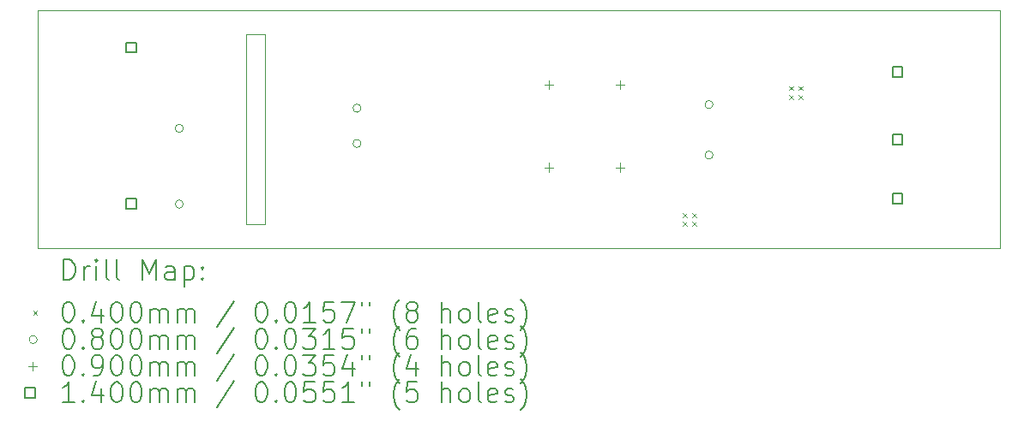
<source format=gbr>
%TF.GenerationSoftware,KiCad,Pcbnew,8.0.3*%
%TF.CreationDate,2025-08-12T15:57:57+07:00*%
%TF.ProjectId,si-hardware-downled,73692d68-6172-4647-9761-72652d646f77,rev?*%
%TF.SameCoordinates,Original*%
%TF.FileFunction,Drillmap*%
%TF.FilePolarity,Positive*%
%FSLAX45Y45*%
G04 Gerber Fmt 4.5, Leading zero omitted, Abs format (unit mm)*
G04 Created by KiCad (PCBNEW 8.0.3) date 2025-08-12 15:57:57*
%MOMM*%
%LPD*%
G01*
G04 APERTURE LIST*
%ADD10C,0.100000*%
%ADD11C,0.050000*%
%ADD12C,0.200000*%
%ADD13C,0.140000*%
G04 APERTURE END LIST*
D10*
X12211400Y-6714390D02*
X12401900Y-6714390D01*
X12401900Y-8595490D01*
X12211400Y-8595490D01*
X12211400Y-6714390D01*
D11*
X10154000Y-6478000D02*
X19654000Y-6478000D01*
X19654000Y-8830960D01*
X10154000Y-8830960D01*
X10154000Y-6478000D01*
D12*
D10*
X16524303Y-8486200D02*
X16564303Y-8526200D01*
X16564303Y-8486200D02*
X16524303Y-8526200D01*
X16524303Y-8572200D02*
X16564303Y-8612200D01*
X16564303Y-8572200D02*
X16524303Y-8612200D01*
X16618620Y-8486200D02*
X16658620Y-8526200D01*
X16658620Y-8486200D02*
X16618620Y-8526200D01*
X16618620Y-8572200D02*
X16658620Y-8612200D01*
X16658620Y-8572200D02*
X16618620Y-8612200D01*
X17572200Y-7229100D02*
X17612200Y-7269100D01*
X17612200Y-7229100D02*
X17572200Y-7269100D01*
X17572200Y-7315100D02*
X17612200Y-7355100D01*
X17612200Y-7315100D02*
X17572200Y-7355100D01*
X17665200Y-7229100D02*
X17705200Y-7269100D01*
X17705200Y-7229100D02*
X17665200Y-7269100D01*
X17665200Y-7315100D02*
X17705200Y-7355100D01*
X17705200Y-7315100D02*
X17665200Y-7355100D01*
X11593540Y-7646250D02*
G75*
G02*
X11513540Y-7646250I-40000J0D01*
G01*
X11513540Y-7646250D02*
G75*
G02*
X11593540Y-7646250I40000J0D01*
G01*
X11593540Y-8396250D02*
G75*
G02*
X11513540Y-8396250I-40000J0D01*
G01*
X11513540Y-8396250D02*
G75*
G02*
X11593540Y-8396250I40000J0D01*
G01*
X13348680Y-7446660D02*
G75*
G02*
X13268680Y-7446660I-40000J0D01*
G01*
X13268680Y-7446660D02*
G75*
G02*
X13348680Y-7446660I40000J0D01*
G01*
X13348680Y-7796660D02*
G75*
G02*
X13268680Y-7796660I-40000J0D01*
G01*
X13268680Y-7796660D02*
G75*
G02*
X13348680Y-7796660I40000J0D01*
G01*
X16823400Y-7410500D02*
G75*
G02*
X16743400Y-7410500I-40000J0D01*
G01*
X16743400Y-7410500D02*
G75*
G02*
X16823400Y-7410500I40000J0D01*
G01*
X16823400Y-7910500D02*
G75*
G02*
X16743400Y-7910500I-40000J0D01*
G01*
X16743400Y-7910500D02*
G75*
G02*
X16823400Y-7910500I40000J0D01*
G01*
X15203773Y-7169664D02*
X15203773Y-7259664D01*
X15158773Y-7214664D02*
X15248773Y-7214664D01*
X15203773Y-7988336D02*
X15203773Y-8078336D01*
X15158773Y-8033336D02*
X15248773Y-8033336D01*
X15906807Y-7169664D02*
X15906807Y-7259664D01*
X15861807Y-7214664D02*
X15951807Y-7214664D01*
X15906807Y-7988336D02*
X15906807Y-8078336D01*
X15861807Y-8033336D02*
X15951807Y-8033336D01*
D13*
X11130598Y-6896948D02*
X11130598Y-6797952D01*
X11031602Y-6797952D01*
X11031602Y-6896948D01*
X11130598Y-6896948D01*
X11130598Y-8444198D02*
X11130598Y-8345202D01*
X11031602Y-8345202D01*
X11031602Y-8444198D01*
X11130598Y-8444198D01*
X18693098Y-7136098D02*
X18693098Y-7037102D01*
X18594102Y-7037102D01*
X18594102Y-7136098D01*
X18693098Y-7136098D01*
X18693098Y-7809198D02*
X18693098Y-7710202D01*
X18594102Y-7710202D01*
X18594102Y-7809198D01*
X18693098Y-7809198D01*
X18693098Y-8387798D02*
X18693098Y-8288802D01*
X18594102Y-8288802D01*
X18594102Y-8387798D01*
X18693098Y-8387798D01*
D12*
X10412277Y-9144944D02*
X10412277Y-8944944D01*
X10412277Y-8944944D02*
X10459896Y-8944944D01*
X10459896Y-8944944D02*
X10488467Y-8954468D01*
X10488467Y-8954468D02*
X10507515Y-8973515D01*
X10507515Y-8973515D02*
X10517039Y-8992563D01*
X10517039Y-8992563D02*
X10526563Y-9030658D01*
X10526563Y-9030658D02*
X10526563Y-9059230D01*
X10526563Y-9059230D02*
X10517039Y-9097325D01*
X10517039Y-9097325D02*
X10507515Y-9116372D01*
X10507515Y-9116372D02*
X10488467Y-9135420D01*
X10488467Y-9135420D02*
X10459896Y-9144944D01*
X10459896Y-9144944D02*
X10412277Y-9144944D01*
X10612277Y-9144944D02*
X10612277Y-9011610D01*
X10612277Y-9049706D02*
X10621801Y-9030658D01*
X10621801Y-9030658D02*
X10631324Y-9021134D01*
X10631324Y-9021134D02*
X10650372Y-9011610D01*
X10650372Y-9011610D02*
X10669420Y-9011610D01*
X10736086Y-9144944D02*
X10736086Y-9011610D01*
X10736086Y-8944944D02*
X10726563Y-8954468D01*
X10726563Y-8954468D02*
X10736086Y-8963991D01*
X10736086Y-8963991D02*
X10745610Y-8954468D01*
X10745610Y-8954468D02*
X10736086Y-8944944D01*
X10736086Y-8944944D02*
X10736086Y-8963991D01*
X10859896Y-9144944D02*
X10840848Y-9135420D01*
X10840848Y-9135420D02*
X10831324Y-9116372D01*
X10831324Y-9116372D02*
X10831324Y-8944944D01*
X10964658Y-9144944D02*
X10945610Y-9135420D01*
X10945610Y-9135420D02*
X10936086Y-9116372D01*
X10936086Y-9116372D02*
X10936086Y-8944944D01*
X11193229Y-9144944D02*
X11193229Y-8944944D01*
X11193229Y-8944944D02*
X11259896Y-9087801D01*
X11259896Y-9087801D02*
X11326562Y-8944944D01*
X11326562Y-8944944D02*
X11326562Y-9144944D01*
X11507515Y-9144944D02*
X11507515Y-9040182D01*
X11507515Y-9040182D02*
X11497991Y-9021134D01*
X11497991Y-9021134D02*
X11478943Y-9011610D01*
X11478943Y-9011610D02*
X11440848Y-9011610D01*
X11440848Y-9011610D02*
X11421801Y-9021134D01*
X11507515Y-9135420D02*
X11488467Y-9144944D01*
X11488467Y-9144944D02*
X11440848Y-9144944D01*
X11440848Y-9144944D02*
X11421801Y-9135420D01*
X11421801Y-9135420D02*
X11412277Y-9116372D01*
X11412277Y-9116372D02*
X11412277Y-9097325D01*
X11412277Y-9097325D02*
X11421801Y-9078277D01*
X11421801Y-9078277D02*
X11440848Y-9068753D01*
X11440848Y-9068753D02*
X11488467Y-9068753D01*
X11488467Y-9068753D02*
X11507515Y-9059230D01*
X11602753Y-9011610D02*
X11602753Y-9211610D01*
X11602753Y-9021134D02*
X11621801Y-9011610D01*
X11621801Y-9011610D02*
X11659896Y-9011610D01*
X11659896Y-9011610D02*
X11678943Y-9021134D01*
X11678943Y-9021134D02*
X11688467Y-9030658D01*
X11688467Y-9030658D02*
X11697991Y-9049706D01*
X11697991Y-9049706D02*
X11697991Y-9106849D01*
X11697991Y-9106849D02*
X11688467Y-9125896D01*
X11688467Y-9125896D02*
X11678943Y-9135420D01*
X11678943Y-9135420D02*
X11659896Y-9144944D01*
X11659896Y-9144944D02*
X11621801Y-9144944D01*
X11621801Y-9144944D02*
X11602753Y-9135420D01*
X11783705Y-9125896D02*
X11793229Y-9135420D01*
X11793229Y-9135420D02*
X11783705Y-9144944D01*
X11783705Y-9144944D02*
X11774182Y-9135420D01*
X11774182Y-9135420D02*
X11783705Y-9125896D01*
X11783705Y-9125896D02*
X11783705Y-9144944D01*
X11783705Y-9021134D02*
X11793229Y-9030658D01*
X11793229Y-9030658D02*
X11783705Y-9040182D01*
X11783705Y-9040182D02*
X11774182Y-9030658D01*
X11774182Y-9030658D02*
X11783705Y-9021134D01*
X11783705Y-9021134D02*
X11783705Y-9040182D01*
D10*
X10111500Y-9453460D02*
X10151500Y-9493460D01*
X10151500Y-9453460D02*
X10111500Y-9493460D01*
D12*
X10450372Y-9364944D02*
X10469420Y-9364944D01*
X10469420Y-9364944D02*
X10488467Y-9374468D01*
X10488467Y-9374468D02*
X10497991Y-9383991D01*
X10497991Y-9383991D02*
X10507515Y-9403039D01*
X10507515Y-9403039D02*
X10517039Y-9441134D01*
X10517039Y-9441134D02*
X10517039Y-9488753D01*
X10517039Y-9488753D02*
X10507515Y-9526849D01*
X10507515Y-9526849D02*
X10497991Y-9545896D01*
X10497991Y-9545896D02*
X10488467Y-9555420D01*
X10488467Y-9555420D02*
X10469420Y-9564944D01*
X10469420Y-9564944D02*
X10450372Y-9564944D01*
X10450372Y-9564944D02*
X10431324Y-9555420D01*
X10431324Y-9555420D02*
X10421801Y-9545896D01*
X10421801Y-9545896D02*
X10412277Y-9526849D01*
X10412277Y-9526849D02*
X10402753Y-9488753D01*
X10402753Y-9488753D02*
X10402753Y-9441134D01*
X10402753Y-9441134D02*
X10412277Y-9403039D01*
X10412277Y-9403039D02*
X10421801Y-9383991D01*
X10421801Y-9383991D02*
X10431324Y-9374468D01*
X10431324Y-9374468D02*
X10450372Y-9364944D01*
X10602753Y-9545896D02*
X10612277Y-9555420D01*
X10612277Y-9555420D02*
X10602753Y-9564944D01*
X10602753Y-9564944D02*
X10593229Y-9555420D01*
X10593229Y-9555420D02*
X10602753Y-9545896D01*
X10602753Y-9545896D02*
X10602753Y-9564944D01*
X10783705Y-9431610D02*
X10783705Y-9564944D01*
X10736086Y-9355420D02*
X10688467Y-9498277D01*
X10688467Y-9498277D02*
X10812277Y-9498277D01*
X10926563Y-9364944D02*
X10945610Y-9364944D01*
X10945610Y-9364944D02*
X10964658Y-9374468D01*
X10964658Y-9374468D02*
X10974182Y-9383991D01*
X10974182Y-9383991D02*
X10983705Y-9403039D01*
X10983705Y-9403039D02*
X10993229Y-9441134D01*
X10993229Y-9441134D02*
X10993229Y-9488753D01*
X10993229Y-9488753D02*
X10983705Y-9526849D01*
X10983705Y-9526849D02*
X10974182Y-9545896D01*
X10974182Y-9545896D02*
X10964658Y-9555420D01*
X10964658Y-9555420D02*
X10945610Y-9564944D01*
X10945610Y-9564944D02*
X10926563Y-9564944D01*
X10926563Y-9564944D02*
X10907515Y-9555420D01*
X10907515Y-9555420D02*
X10897991Y-9545896D01*
X10897991Y-9545896D02*
X10888467Y-9526849D01*
X10888467Y-9526849D02*
X10878944Y-9488753D01*
X10878944Y-9488753D02*
X10878944Y-9441134D01*
X10878944Y-9441134D02*
X10888467Y-9403039D01*
X10888467Y-9403039D02*
X10897991Y-9383991D01*
X10897991Y-9383991D02*
X10907515Y-9374468D01*
X10907515Y-9374468D02*
X10926563Y-9364944D01*
X11117039Y-9364944D02*
X11136086Y-9364944D01*
X11136086Y-9364944D02*
X11155134Y-9374468D01*
X11155134Y-9374468D02*
X11164658Y-9383991D01*
X11164658Y-9383991D02*
X11174182Y-9403039D01*
X11174182Y-9403039D02*
X11183705Y-9441134D01*
X11183705Y-9441134D02*
X11183705Y-9488753D01*
X11183705Y-9488753D02*
X11174182Y-9526849D01*
X11174182Y-9526849D02*
X11164658Y-9545896D01*
X11164658Y-9545896D02*
X11155134Y-9555420D01*
X11155134Y-9555420D02*
X11136086Y-9564944D01*
X11136086Y-9564944D02*
X11117039Y-9564944D01*
X11117039Y-9564944D02*
X11097991Y-9555420D01*
X11097991Y-9555420D02*
X11088467Y-9545896D01*
X11088467Y-9545896D02*
X11078944Y-9526849D01*
X11078944Y-9526849D02*
X11069420Y-9488753D01*
X11069420Y-9488753D02*
X11069420Y-9441134D01*
X11069420Y-9441134D02*
X11078944Y-9403039D01*
X11078944Y-9403039D02*
X11088467Y-9383991D01*
X11088467Y-9383991D02*
X11097991Y-9374468D01*
X11097991Y-9374468D02*
X11117039Y-9364944D01*
X11269420Y-9564944D02*
X11269420Y-9431610D01*
X11269420Y-9450658D02*
X11278943Y-9441134D01*
X11278943Y-9441134D02*
X11297991Y-9431610D01*
X11297991Y-9431610D02*
X11326563Y-9431610D01*
X11326563Y-9431610D02*
X11345610Y-9441134D01*
X11345610Y-9441134D02*
X11355134Y-9460182D01*
X11355134Y-9460182D02*
X11355134Y-9564944D01*
X11355134Y-9460182D02*
X11364658Y-9441134D01*
X11364658Y-9441134D02*
X11383705Y-9431610D01*
X11383705Y-9431610D02*
X11412277Y-9431610D01*
X11412277Y-9431610D02*
X11431324Y-9441134D01*
X11431324Y-9441134D02*
X11440848Y-9460182D01*
X11440848Y-9460182D02*
X11440848Y-9564944D01*
X11536086Y-9564944D02*
X11536086Y-9431610D01*
X11536086Y-9450658D02*
X11545610Y-9441134D01*
X11545610Y-9441134D02*
X11564658Y-9431610D01*
X11564658Y-9431610D02*
X11593229Y-9431610D01*
X11593229Y-9431610D02*
X11612277Y-9441134D01*
X11612277Y-9441134D02*
X11621801Y-9460182D01*
X11621801Y-9460182D02*
X11621801Y-9564944D01*
X11621801Y-9460182D02*
X11631324Y-9441134D01*
X11631324Y-9441134D02*
X11650372Y-9431610D01*
X11650372Y-9431610D02*
X11678943Y-9431610D01*
X11678943Y-9431610D02*
X11697991Y-9441134D01*
X11697991Y-9441134D02*
X11707515Y-9460182D01*
X11707515Y-9460182D02*
X11707515Y-9564944D01*
X12097991Y-9355420D02*
X11926563Y-9612563D01*
X12355134Y-9364944D02*
X12374182Y-9364944D01*
X12374182Y-9364944D02*
X12393229Y-9374468D01*
X12393229Y-9374468D02*
X12402753Y-9383991D01*
X12402753Y-9383991D02*
X12412277Y-9403039D01*
X12412277Y-9403039D02*
X12421801Y-9441134D01*
X12421801Y-9441134D02*
X12421801Y-9488753D01*
X12421801Y-9488753D02*
X12412277Y-9526849D01*
X12412277Y-9526849D02*
X12402753Y-9545896D01*
X12402753Y-9545896D02*
X12393229Y-9555420D01*
X12393229Y-9555420D02*
X12374182Y-9564944D01*
X12374182Y-9564944D02*
X12355134Y-9564944D01*
X12355134Y-9564944D02*
X12336086Y-9555420D01*
X12336086Y-9555420D02*
X12326563Y-9545896D01*
X12326563Y-9545896D02*
X12317039Y-9526849D01*
X12317039Y-9526849D02*
X12307515Y-9488753D01*
X12307515Y-9488753D02*
X12307515Y-9441134D01*
X12307515Y-9441134D02*
X12317039Y-9403039D01*
X12317039Y-9403039D02*
X12326563Y-9383991D01*
X12326563Y-9383991D02*
X12336086Y-9374468D01*
X12336086Y-9374468D02*
X12355134Y-9364944D01*
X12507515Y-9545896D02*
X12517039Y-9555420D01*
X12517039Y-9555420D02*
X12507515Y-9564944D01*
X12507515Y-9564944D02*
X12497991Y-9555420D01*
X12497991Y-9555420D02*
X12507515Y-9545896D01*
X12507515Y-9545896D02*
X12507515Y-9564944D01*
X12640848Y-9364944D02*
X12659896Y-9364944D01*
X12659896Y-9364944D02*
X12678944Y-9374468D01*
X12678944Y-9374468D02*
X12688467Y-9383991D01*
X12688467Y-9383991D02*
X12697991Y-9403039D01*
X12697991Y-9403039D02*
X12707515Y-9441134D01*
X12707515Y-9441134D02*
X12707515Y-9488753D01*
X12707515Y-9488753D02*
X12697991Y-9526849D01*
X12697991Y-9526849D02*
X12688467Y-9545896D01*
X12688467Y-9545896D02*
X12678944Y-9555420D01*
X12678944Y-9555420D02*
X12659896Y-9564944D01*
X12659896Y-9564944D02*
X12640848Y-9564944D01*
X12640848Y-9564944D02*
X12621801Y-9555420D01*
X12621801Y-9555420D02*
X12612277Y-9545896D01*
X12612277Y-9545896D02*
X12602753Y-9526849D01*
X12602753Y-9526849D02*
X12593229Y-9488753D01*
X12593229Y-9488753D02*
X12593229Y-9441134D01*
X12593229Y-9441134D02*
X12602753Y-9403039D01*
X12602753Y-9403039D02*
X12612277Y-9383991D01*
X12612277Y-9383991D02*
X12621801Y-9374468D01*
X12621801Y-9374468D02*
X12640848Y-9364944D01*
X12897991Y-9564944D02*
X12783706Y-9564944D01*
X12840848Y-9564944D02*
X12840848Y-9364944D01*
X12840848Y-9364944D02*
X12821801Y-9393515D01*
X12821801Y-9393515D02*
X12802753Y-9412563D01*
X12802753Y-9412563D02*
X12783706Y-9422087D01*
X13078944Y-9364944D02*
X12983706Y-9364944D01*
X12983706Y-9364944D02*
X12974182Y-9460182D01*
X12974182Y-9460182D02*
X12983706Y-9450658D01*
X12983706Y-9450658D02*
X13002753Y-9441134D01*
X13002753Y-9441134D02*
X13050372Y-9441134D01*
X13050372Y-9441134D02*
X13069420Y-9450658D01*
X13069420Y-9450658D02*
X13078944Y-9460182D01*
X13078944Y-9460182D02*
X13088467Y-9479230D01*
X13088467Y-9479230D02*
X13088467Y-9526849D01*
X13088467Y-9526849D02*
X13078944Y-9545896D01*
X13078944Y-9545896D02*
X13069420Y-9555420D01*
X13069420Y-9555420D02*
X13050372Y-9564944D01*
X13050372Y-9564944D02*
X13002753Y-9564944D01*
X13002753Y-9564944D02*
X12983706Y-9555420D01*
X12983706Y-9555420D02*
X12974182Y-9545896D01*
X13155134Y-9364944D02*
X13288467Y-9364944D01*
X13288467Y-9364944D02*
X13202753Y-9564944D01*
X13355134Y-9364944D02*
X13355134Y-9403039D01*
X13431325Y-9364944D02*
X13431325Y-9403039D01*
X13726563Y-9641134D02*
X13717039Y-9631610D01*
X13717039Y-9631610D02*
X13697991Y-9603039D01*
X13697991Y-9603039D02*
X13688468Y-9583991D01*
X13688468Y-9583991D02*
X13678944Y-9555420D01*
X13678944Y-9555420D02*
X13669420Y-9507801D01*
X13669420Y-9507801D02*
X13669420Y-9469706D01*
X13669420Y-9469706D02*
X13678944Y-9422087D01*
X13678944Y-9422087D02*
X13688468Y-9393515D01*
X13688468Y-9393515D02*
X13697991Y-9374468D01*
X13697991Y-9374468D02*
X13717039Y-9345896D01*
X13717039Y-9345896D02*
X13726563Y-9336372D01*
X13831325Y-9450658D02*
X13812277Y-9441134D01*
X13812277Y-9441134D02*
X13802753Y-9431610D01*
X13802753Y-9431610D02*
X13793229Y-9412563D01*
X13793229Y-9412563D02*
X13793229Y-9403039D01*
X13793229Y-9403039D02*
X13802753Y-9383991D01*
X13802753Y-9383991D02*
X13812277Y-9374468D01*
X13812277Y-9374468D02*
X13831325Y-9364944D01*
X13831325Y-9364944D02*
X13869420Y-9364944D01*
X13869420Y-9364944D02*
X13888468Y-9374468D01*
X13888468Y-9374468D02*
X13897991Y-9383991D01*
X13897991Y-9383991D02*
X13907515Y-9403039D01*
X13907515Y-9403039D02*
X13907515Y-9412563D01*
X13907515Y-9412563D02*
X13897991Y-9431610D01*
X13897991Y-9431610D02*
X13888468Y-9441134D01*
X13888468Y-9441134D02*
X13869420Y-9450658D01*
X13869420Y-9450658D02*
X13831325Y-9450658D01*
X13831325Y-9450658D02*
X13812277Y-9460182D01*
X13812277Y-9460182D02*
X13802753Y-9469706D01*
X13802753Y-9469706D02*
X13793229Y-9488753D01*
X13793229Y-9488753D02*
X13793229Y-9526849D01*
X13793229Y-9526849D02*
X13802753Y-9545896D01*
X13802753Y-9545896D02*
X13812277Y-9555420D01*
X13812277Y-9555420D02*
X13831325Y-9564944D01*
X13831325Y-9564944D02*
X13869420Y-9564944D01*
X13869420Y-9564944D02*
X13888468Y-9555420D01*
X13888468Y-9555420D02*
X13897991Y-9545896D01*
X13897991Y-9545896D02*
X13907515Y-9526849D01*
X13907515Y-9526849D02*
X13907515Y-9488753D01*
X13907515Y-9488753D02*
X13897991Y-9469706D01*
X13897991Y-9469706D02*
X13888468Y-9460182D01*
X13888468Y-9460182D02*
X13869420Y-9450658D01*
X14145610Y-9564944D02*
X14145610Y-9364944D01*
X14231325Y-9564944D02*
X14231325Y-9460182D01*
X14231325Y-9460182D02*
X14221801Y-9441134D01*
X14221801Y-9441134D02*
X14202753Y-9431610D01*
X14202753Y-9431610D02*
X14174182Y-9431610D01*
X14174182Y-9431610D02*
X14155134Y-9441134D01*
X14155134Y-9441134D02*
X14145610Y-9450658D01*
X14355134Y-9564944D02*
X14336087Y-9555420D01*
X14336087Y-9555420D02*
X14326563Y-9545896D01*
X14326563Y-9545896D02*
X14317039Y-9526849D01*
X14317039Y-9526849D02*
X14317039Y-9469706D01*
X14317039Y-9469706D02*
X14326563Y-9450658D01*
X14326563Y-9450658D02*
X14336087Y-9441134D01*
X14336087Y-9441134D02*
X14355134Y-9431610D01*
X14355134Y-9431610D02*
X14383706Y-9431610D01*
X14383706Y-9431610D02*
X14402753Y-9441134D01*
X14402753Y-9441134D02*
X14412277Y-9450658D01*
X14412277Y-9450658D02*
X14421801Y-9469706D01*
X14421801Y-9469706D02*
X14421801Y-9526849D01*
X14421801Y-9526849D02*
X14412277Y-9545896D01*
X14412277Y-9545896D02*
X14402753Y-9555420D01*
X14402753Y-9555420D02*
X14383706Y-9564944D01*
X14383706Y-9564944D02*
X14355134Y-9564944D01*
X14536087Y-9564944D02*
X14517039Y-9555420D01*
X14517039Y-9555420D02*
X14507515Y-9536372D01*
X14507515Y-9536372D02*
X14507515Y-9364944D01*
X14688468Y-9555420D02*
X14669420Y-9564944D01*
X14669420Y-9564944D02*
X14631325Y-9564944D01*
X14631325Y-9564944D02*
X14612277Y-9555420D01*
X14612277Y-9555420D02*
X14602753Y-9536372D01*
X14602753Y-9536372D02*
X14602753Y-9460182D01*
X14602753Y-9460182D02*
X14612277Y-9441134D01*
X14612277Y-9441134D02*
X14631325Y-9431610D01*
X14631325Y-9431610D02*
X14669420Y-9431610D01*
X14669420Y-9431610D02*
X14688468Y-9441134D01*
X14688468Y-9441134D02*
X14697991Y-9460182D01*
X14697991Y-9460182D02*
X14697991Y-9479230D01*
X14697991Y-9479230D02*
X14602753Y-9498277D01*
X14774182Y-9555420D02*
X14793230Y-9564944D01*
X14793230Y-9564944D02*
X14831325Y-9564944D01*
X14831325Y-9564944D02*
X14850372Y-9555420D01*
X14850372Y-9555420D02*
X14859896Y-9536372D01*
X14859896Y-9536372D02*
X14859896Y-9526849D01*
X14859896Y-9526849D02*
X14850372Y-9507801D01*
X14850372Y-9507801D02*
X14831325Y-9498277D01*
X14831325Y-9498277D02*
X14802753Y-9498277D01*
X14802753Y-9498277D02*
X14783706Y-9488753D01*
X14783706Y-9488753D02*
X14774182Y-9469706D01*
X14774182Y-9469706D02*
X14774182Y-9460182D01*
X14774182Y-9460182D02*
X14783706Y-9441134D01*
X14783706Y-9441134D02*
X14802753Y-9431610D01*
X14802753Y-9431610D02*
X14831325Y-9431610D01*
X14831325Y-9431610D02*
X14850372Y-9441134D01*
X14926563Y-9641134D02*
X14936087Y-9631610D01*
X14936087Y-9631610D02*
X14955134Y-9603039D01*
X14955134Y-9603039D02*
X14964658Y-9583991D01*
X14964658Y-9583991D02*
X14974182Y-9555420D01*
X14974182Y-9555420D02*
X14983706Y-9507801D01*
X14983706Y-9507801D02*
X14983706Y-9469706D01*
X14983706Y-9469706D02*
X14974182Y-9422087D01*
X14974182Y-9422087D02*
X14964658Y-9393515D01*
X14964658Y-9393515D02*
X14955134Y-9374468D01*
X14955134Y-9374468D02*
X14936087Y-9345896D01*
X14936087Y-9345896D02*
X14926563Y-9336372D01*
D10*
X10151500Y-9737460D02*
G75*
G02*
X10071500Y-9737460I-40000J0D01*
G01*
X10071500Y-9737460D02*
G75*
G02*
X10151500Y-9737460I40000J0D01*
G01*
D12*
X10450372Y-9628944D02*
X10469420Y-9628944D01*
X10469420Y-9628944D02*
X10488467Y-9638468D01*
X10488467Y-9638468D02*
X10497991Y-9647991D01*
X10497991Y-9647991D02*
X10507515Y-9667039D01*
X10507515Y-9667039D02*
X10517039Y-9705134D01*
X10517039Y-9705134D02*
X10517039Y-9752753D01*
X10517039Y-9752753D02*
X10507515Y-9790849D01*
X10507515Y-9790849D02*
X10497991Y-9809896D01*
X10497991Y-9809896D02*
X10488467Y-9819420D01*
X10488467Y-9819420D02*
X10469420Y-9828944D01*
X10469420Y-9828944D02*
X10450372Y-9828944D01*
X10450372Y-9828944D02*
X10431324Y-9819420D01*
X10431324Y-9819420D02*
X10421801Y-9809896D01*
X10421801Y-9809896D02*
X10412277Y-9790849D01*
X10412277Y-9790849D02*
X10402753Y-9752753D01*
X10402753Y-9752753D02*
X10402753Y-9705134D01*
X10402753Y-9705134D02*
X10412277Y-9667039D01*
X10412277Y-9667039D02*
X10421801Y-9647991D01*
X10421801Y-9647991D02*
X10431324Y-9638468D01*
X10431324Y-9638468D02*
X10450372Y-9628944D01*
X10602753Y-9809896D02*
X10612277Y-9819420D01*
X10612277Y-9819420D02*
X10602753Y-9828944D01*
X10602753Y-9828944D02*
X10593229Y-9819420D01*
X10593229Y-9819420D02*
X10602753Y-9809896D01*
X10602753Y-9809896D02*
X10602753Y-9828944D01*
X10726563Y-9714658D02*
X10707515Y-9705134D01*
X10707515Y-9705134D02*
X10697991Y-9695610D01*
X10697991Y-9695610D02*
X10688467Y-9676563D01*
X10688467Y-9676563D02*
X10688467Y-9667039D01*
X10688467Y-9667039D02*
X10697991Y-9647991D01*
X10697991Y-9647991D02*
X10707515Y-9638468D01*
X10707515Y-9638468D02*
X10726563Y-9628944D01*
X10726563Y-9628944D02*
X10764658Y-9628944D01*
X10764658Y-9628944D02*
X10783705Y-9638468D01*
X10783705Y-9638468D02*
X10793229Y-9647991D01*
X10793229Y-9647991D02*
X10802753Y-9667039D01*
X10802753Y-9667039D02*
X10802753Y-9676563D01*
X10802753Y-9676563D02*
X10793229Y-9695610D01*
X10793229Y-9695610D02*
X10783705Y-9705134D01*
X10783705Y-9705134D02*
X10764658Y-9714658D01*
X10764658Y-9714658D02*
X10726563Y-9714658D01*
X10726563Y-9714658D02*
X10707515Y-9724182D01*
X10707515Y-9724182D02*
X10697991Y-9733706D01*
X10697991Y-9733706D02*
X10688467Y-9752753D01*
X10688467Y-9752753D02*
X10688467Y-9790849D01*
X10688467Y-9790849D02*
X10697991Y-9809896D01*
X10697991Y-9809896D02*
X10707515Y-9819420D01*
X10707515Y-9819420D02*
X10726563Y-9828944D01*
X10726563Y-9828944D02*
X10764658Y-9828944D01*
X10764658Y-9828944D02*
X10783705Y-9819420D01*
X10783705Y-9819420D02*
X10793229Y-9809896D01*
X10793229Y-9809896D02*
X10802753Y-9790849D01*
X10802753Y-9790849D02*
X10802753Y-9752753D01*
X10802753Y-9752753D02*
X10793229Y-9733706D01*
X10793229Y-9733706D02*
X10783705Y-9724182D01*
X10783705Y-9724182D02*
X10764658Y-9714658D01*
X10926563Y-9628944D02*
X10945610Y-9628944D01*
X10945610Y-9628944D02*
X10964658Y-9638468D01*
X10964658Y-9638468D02*
X10974182Y-9647991D01*
X10974182Y-9647991D02*
X10983705Y-9667039D01*
X10983705Y-9667039D02*
X10993229Y-9705134D01*
X10993229Y-9705134D02*
X10993229Y-9752753D01*
X10993229Y-9752753D02*
X10983705Y-9790849D01*
X10983705Y-9790849D02*
X10974182Y-9809896D01*
X10974182Y-9809896D02*
X10964658Y-9819420D01*
X10964658Y-9819420D02*
X10945610Y-9828944D01*
X10945610Y-9828944D02*
X10926563Y-9828944D01*
X10926563Y-9828944D02*
X10907515Y-9819420D01*
X10907515Y-9819420D02*
X10897991Y-9809896D01*
X10897991Y-9809896D02*
X10888467Y-9790849D01*
X10888467Y-9790849D02*
X10878944Y-9752753D01*
X10878944Y-9752753D02*
X10878944Y-9705134D01*
X10878944Y-9705134D02*
X10888467Y-9667039D01*
X10888467Y-9667039D02*
X10897991Y-9647991D01*
X10897991Y-9647991D02*
X10907515Y-9638468D01*
X10907515Y-9638468D02*
X10926563Y-9628944D01*
X11117039Y-9628944D02*
X11136086Y-9628944D01*
X11136086Y-9628944D02*
X11155134Y-9638468D01*
X11155134Y-9638468D02*
X11164658Y-9647991D01*
X11164658Y-9647991D02*
X11174182Y-9667039D01*
X11174182Y-9667039D02*
X11183705Y-9705134D01*
X11183705Y-9705134D02*
X11183705Y-9752753D01*
X11183705Y-9752753D02*
X11174182Y-9790849D01*
X11174182Y-9790849D02*
X11164658Y-9809896D01*
X11164658Y-9809896D02*
X11155134Y-9819420D01*
X11155134Y-9819420D02*
X11136086Y-9828944D01*
X11136086Y-9828944D02*
X11117039Y-9828944D01*
X11117039Y-9828944D02*
X11097991Y-9819420D01*
X11097991Y-9819420D02*
X11088467Y-9809896D01*
X11088467Y-9809896D02*
X11078944Y-9790849D01*
X11078944Y-9790849D02*
X11069420Y-9752753D01*
X11069420Y-9752753D02*
X11069420Y-9705134D01*
X11069420Y-9705134D02*
X11078944Y-9667039D01*
X11078944Y-9667039D02*
X11088467Y-9647991D01*
X11088467Y-9647991D02*
X11097991Y-9638468D01*
X11097991Y-9638468D02*
X11117039Y-9628944D01*
X11269420Y-9828944D02*
X11269420Y-9695610D01*
X11269420Y-9714658D02*
X11278943Y-9705134D01*
X11278943Y-9705134D02*
X11297991Y-9695610D01*
X11297991Y-9695610D02*
X11326563Y-9695610D01*
X11326563Y-9695610D02*
X11345610Y-9705134D01*
X11345610Y-9705134D02*
X11355134Y-9724182D01*
X11355134Y-9724182D02*
X11355134Y-9828944D01*
X11355134Y-9724182D02*
X11364658Y-9705134D01*
X11364658Y-9705134D02*
X11383705Y-9695610D01*
X11383705Y-9695610D02*
X11412277Y-9695610D01*
X11412277Y-9695610D02*
X11431324Y-9705134D01*
X11431324Y-9705134D02*
X11440848Y-9724182D01*
X11440848Y-9724182D02*
X11440848Y-9828944D01*
X11536086Y-9828944D02*
X11536086Y-9695610D01*
X11536086Y-9714658D02*
X11545610Y-9705134D01*
X11545610Y-9705134D02*
X11564658Y-9695610D01*
X11564658Y-9695610D02*
X11593229Y-9695610D01*
X11593229Y-9695610D02*
X11612277Y-9705134D01*
X11612277Y-9705134D02*
X11621801Y-9724182D01*
X11621801Y-9724182D02*
X11621801Y-9828944D01*
X11621801Y-9724182D02*
X11631324Y-9705134D01*
X11631324Y-9705134D02*
X11650372Y-9695610D01*
X11650372Y-9695610D02*
X11678943Y-9695610D01*
X11678943Y-9695610D02*
X11697991Y-9705134D01*
X11697991Y-9705134D02*
X11707515Y-9724182D01*
X11707515Y-9724182D02*
X11707515Y-9828944D01*
X12097991Y-9619420D02*
X11926563Y-9876563D01*
X12355134Y-9628944D02*
X12374182Y-9628944D01*
X12374182Y-9628944D02*
X12393229Y-9638468D01*
X12393229Y-9638468D02*
X12402753Y-9647991D01*
X12402753Y-9647991D02*
X12412277Y-9667039D01*
X12412277Y-9667039D02*
X12421801Y-9705134D01*
X12421801Y-9705134D02*
X12421801Y-9752753D01*
X12421801Y-9752753D02*
X12412277Y-9790849D01*
X12412277Y-9790849D02*
X12402753Y-9809896D01*
X12402753Y-9809896D02*
X12393229Y-9819420D01*
X12393229Y-9819420D02*
X12374182Y-9828944D01*
X12374182Y-9828944D02*
X12355134Y-9828944D01*
X12355134Y-9828944D02*
X12336086Y-9819420D01*
X12336086Y-9819420D02*
X12326563Y-9809896D01*
X12326563Y-9809896D02*
X12317039Y-9790849D01*
X12317039Y-9790849D02*
X12307515Y-9752753D01*
X12307515Y-9752753D02*
X12307515Y-9705134D01*
X12307515Y-9705134D02*
X12317039Y-9667039D01*
X12317039Y-9667039D02*
X12326563Y-9647991D01*
X12326563Y-9647991D02*
X12336086Y-9638468D01*
X12336086Y-9638468D02*
X12355134Y-9628944D01*
X12507515Y-9809896D02*
X12517039Y-9819420D01*
X12517039Y-9819420D02*
X12507515Y-9828944D01*
X12507515Y-9828944D02*
X12497991Y-9819420D01*
X12497991Y-9819420D02*
X12507515Y-9809896D01*
X12507515Y-9809896D02*
X12507515Y-9828944D01*
X12640848Y-9628944D02*
X12659896Y-9628944D01*
X12659896Y-9628944D02*
X12678944Y-9638468D01*
X12678944Y-9638468D02*
X12688467Y-9647991D01*
X12688467Y-9647991D02*
X12697991Y-9667039D01*
X12697991Y-9667039D02*
X12707515Y-9705134D01*
X12707515Y-9705134D02*
X12707515Y-9752753D01*
X12707515Y-9752753D02*
X12697991Y-9790849D01*
X12697991Y-9790849D02*
X12688467Y-9809896D01*
X12688467Y-9809896D02*
X12678944Y-9819420D01*
X12678944Y-9819420D02*
X12659896Y-9828944D01*
X12659896Y-9828944D02*
X12640848Y-9828944D01*
X12640848Y-9828944D02*
X12621801Y-9819420D01*
X12621801Y-9819420D02*
X12612277Y-9809896D01*
X12612277Y-9809896D02*
X12602753Y-9790849D01*
X12602753Y-9790849D02*
X12593229Y-9752753D01*
X12593229Y-9752753D02*
X12593229Y-9705134D01*
X12593229Y-9705134D02*
X12602753Y-9667039D01*
X12602753Y-9667039D02*
X12612277Y-9647991D01*
X12612277Y-9647991D02*
X12621801Y-9638468D01*
X12621801Y-9638468D02*
X12640848Y-9628944D01*
X12774182Y-9628944D02*
X12897991Y-9628944D01*
X12897991Y-9628944D02*
X12831325Y-9705134D01*
X12831325Y-9705134D02*
X12859896Y-9705134D01*
X12859896Y-9705134D02*
X12878944Y-9714658D01*
X12878944Y-9714658D02*
X12888467Y-9724182D01*
X12888467Y-9724182D02*
X12897991Y-9743230D01*
X12897991Y-9743230D02*
X12897991Y-9790849D01*
X12897991Y-9790849D02*
X12888467Y-9809896D01*
X12888467Y-9809896D02*
X12878944Y-9819420D01*
X12878944Y-9819420D02*
X12859896Y-9828944D01*
X12859896Y-9828944D02*
X12802753Y-9828944D01*
X12802753Y-9828944D02*
X12783706Y-9819420D01*
X12783706Y-9819420D02*
X12774182Y-9809896D01*
X13088467Y-9828944D02*
X12974182Y-9828944D01*
X13031325Y-9828944D02*
X13031325Y-9628944D01*
X13031325Y-9628944D02*
X13012277Y-9657515D01*
X13012277Y-9657515D02*
X12993229Y-9676563D01*
X12993229Y-9676563D02*
X12974182Y-9686087D01*
X13269420Y-9628944D02*
X13174182Y-9628944D01*
X13174182Y-9628944D02*
X13164658Y-9724182D01*
X13164658Y-9724182D02*
X13174182Y-9714658D01*
X13174182Y-9714658D02*
X13193229Y-9705134D01*
X13193229Y-9705134D02*
X13240848Y-9705134D01*
X13240848Y-9705134D02*
X13259896Y-9714658D01*
X13259896Y-9714658D02*
X13269420Y-9724182D01*
X13269420Y-9724182D02*
X13278944Y-9743230D01*
X13278944Y-9743230D02*
X13278944Y-9790849D01*
X13278944Y-9790849D02*
X13269420Y-9809896D01*
X13269420Y-9809896D02*
X13259896Y-9819420D01*
X13259896Y-9819420D02*
X13240848Y-9828944D01*
X13240848Y-9828944D02*
X13193229Y-9828944D01*
X13193229Y-9828944D02*
X13174182Y-9819420D01*
X13174182Y-9819420D02*
X13164658Y-9809896D01*
X13355134Y-9628944D02*
X13355134Y-9667039D01*
X13431325Y-9628944D02*
X13431325Y-9667039D01*
X13726563Y-9905134D02*
X13717039Y-9895610D01*
X13717039Y-9895610D02*
X13697991Y-9867039D01*
X13697991Y-9867039D02*
X13688468Y-9847991D01*
X13688468Y-9847991D02*
X13678944Y-9819420D01*
X13678944Y-9819420D02*
X13669420Y-9771801D01*
X13669420Y-9771801D02*
X13669420Y-9733706D01*
X13669420Y-9733706D02*
X13678944Y-9686087D01*
X13678944Y-9686087D02*
X13688468Y-9657515D01*
X13688468Y-9657515D02*
X13697991Y-9638468D01*
X13697991Y-9638468D02*
X13717039Y-9609896D01*
X13717039Y-9609896D02*
X13726563Y-9600372D01*
X13888468Y-9628944D02*
X13850372Y-9628944D01*
X13850372Y-9628944D02*
X13831325Y-9638468D01*
X13831325Y-9638468D02*
X13821801Y-9647991D01*
X13821801Y-9647991D02*
X13802753Y-9676563D01*
X13802753Y-9676563D02*
X13793229Y-9714658D01*
X13793229Y-9714658D02*
X13793229Y-9790849D01*
X13793229Y-9790849D02*
X13802753Y-9809896D01*
X13802753Y-9809896D02*
X13812277Y-9819420D01*
X13812277Y-9819420D02*
X13831325Y-9828944D01*
X13831325Y-9828944D02*
X13869420Y-9828944D01*
X13869420Y-9828944D02*
X13888468Y-9819420D01*
X13888468Y-9819420D02*
X13897991Y-9809896D01*
X13897991Y-9809896D02*
X13907515Y-9790849D01*
X13907515Y-9790849D02*
X13907515Y-9743230D01*
X13907515Y-9743230D02*
X13897991Y-9724182D01*
X13897991Y-9724182D02*
X13888468Y-9714658D01*
X13888468Y-9714658D02*
X13869420Y-9705134D01*
X13869420Y-9705134D02*
X13831325Y-9705134D01*
X13831325Y-9705134D02*
X13812277Y-9714658D01*
X13812277Y-9714658D02*
X13802753Y-9724182D01*
X13802753Y-9724182D02*
X13793229Y-9743230D01*
X14145610Y-9828944D02*
X14145610Y-9628944D01*
X14231325Y-9828944D02*
X14231325Y-9724182D01*
X14231325Y-9724182D02*
X14221801Y-9705134D01*
X14221801Y-9705134D02*
X14202753Y-9695610D01*
X14202753Y-9695610D02*
X14174182Y-9695610D01*
X14174182Y-9695610D02*
X14155134Y-9705134D01*
X14155134Y-9705134D02*
X14145610Y-9714658D01*
X14355134Y-9828944D02*
X14336087Y-9819420D01*
X14336087Y-9819420D02*
X14326563Y-9809896D01*
X14326563Y-9809896D02*
X14317039Y-9790849D01*
X14317039Y-9790849D02*
X14317039Y-9733706D01*
X14317039Y-9733706D02*
X14326563Y-9714658D01*
X14326563Y-9714658D02*
X14336087Y-9705134D01*
X14336087Y-9705134D02*
X14355134Y-9695610D01*
X14355134Y-9695610D02*
X14383706Y-9695610D01*
X14383706Y-9695610D02*
X14402753Y-9705134D01*
X14402753Y-9705134D02*
X14412277Y-9714658D01*
X14412277Y-9714658D02*
X14421801Y-9733706D01*
X14421801Y-9733706D02*
X14421801Y-9790849D01*
X14421801Y-9790849D02*
X14412277Y-9809896D01*
X14412277Y-9809896D02*
X14402753Y-9819420D01*
X14402753Y-9819420D02*
X14383706Y-9828944D01*
X14383706Y-9828944D02*
X14355134Y-9828944D01*
X14536087Y-9828944D02*
X14517039Y-9819420D01*
X14517039Y-9819420D02*
X14507515Y-9800372D01*
X14507515Y-9800372D02*
X14507515Y-9628944D01*
X14688468Y-9819420D02*
X14669420Y-9828944D01*
X14669420Y-9828944D02*
X14631325Y-9828944D01*
X14631325Y-9828944D02*
X14612277Y-9819420D01*
X14612277Y-9819420D02*
X14602753Y-9800372D01*
X14602753Y-9800372D02*
X14602753Y-9724182D01*
X14602753Y-9724182D02*
X14612277Y-9705134D01*
X14612277Y-9705134D02*
X14631325Y-9695610D01*
X14631325Y-9695610D02*
X14669420Y-9695610D01*
X14669420Y-9695610D02*
X14688468Y-9705134D01*
X14688468Y-9705134D02*
X14697991Y-9724182D01*
X14697991Y-9724182D02*
X14697991Y-9743230D01*
X14697991Y-9743230D02*
X14602753Y-9762277D01*
X14774182Y-9819420D02*
X14793230Y-9828944D01*
X14793230Y-9828944D02*
X14831325Y-9828944D01*
X14831325Y-9828944D02*
X14850372Y-9819420D01*
X14850372Y-9819420D02*
X14859896Y-9800372D01*
X14859896Y-9800372D02*
X14859896Y-9790849D01*
X14859896Y-9790849D02*
X14850372Y-9771801D01*
X14850372Y-9771801D02*
X14831325Y-9762277D01*
X14831325Y-9762277D02*
X14802753Y-9762277D01*
X14802753Y-9762277D02*
X14783706Y-9752753D01*
X14783706Y-9752753D02*
X14774182Y-9733706D01*
X14774182Y-9733706D02*
X14774182Y-9724182D01*
X14774182Y-9724182D02*
X14783706Y-9705134D01*
X14783706Y-9705134D02*
X14802753Y-9695610D01*
X14802753Y-9695610D02*
X14831325Y-9695610D01*
X14831325Y-9695610D02*
X14850372Y-9705134D01*
X14926563Y-9905134D02*
X14936087Y-9895610D01*
X14936087Y-9895610D02*
X14955134Y-9867039D01*
X14955134Y-9867039D02*
X14964658Y-9847991D01*
X14964658Y-9847991D02*
X14974182Y-9819420D01*
X14974182Y-9819420D02*
X14983706Y-9771801D01*
X14983706Y-9771801D02*
X14983706Y-9733706D01*
X14983706Y-9733706D02*
X14974182Y-9686087D01*
X14974182Y-9686087D02*
X14964658Y-9657515D01*
X14964658Y-9657515D02*
X14955134Y-9638468D01*
X14955134Y-9638468D02*
X14936087Y-9609896D01*
X14936087Y-9609896D02*
X14926563Y-9600372D01*
D10*
X10106500Y-9956460D02*
X10106500Y-10046460D01*
X10061500Y-10001460D02*
X10151500Y-10001460D01*
D12*
X10450372Y-9892944D02*
X10469420Y-9892944D01*
X10469420Y-9892944D02*
X10488467Y-9902468D01*
X10488467Y-9902468D02*
X10497991Y-9911991D01*
X10497991Y-9911991D02*
X10507515Y-9931039D01*
X10507515Y-9931039D02*
X10517039Y-9969134D01*
X10517039Y-9969134D02*
X10517039Y-10016753D01*
X10517039Y-10016753D02*
X10507515Y-10054849D01*
X10507515Y-10054849D02*
X10497991Y-10073896D01*
X10497991Y-10073896D02*
X10488467Y-10083420D01*
X10488467Y-10083420D02*
X10469420Y-10092944D01*
X10469420Y-10092944D02*
X10450372Y-10092944D01*
X10450372Y-10092944D02*
X10431324Y-10083420D01*
X10431324Y-10083420D02*
X10421801Y-10073896D01*
X10421801Y-10073896D02*
X10412277Y-10054849D01*
X10412277Y-10054849D02*
X10402753Y-10016753D01*
X10402753Y-10016753D02*
X10402753Y-9969134D01*
X10402753Y-9969134D02*
X10412277Y-9931039D01*
X10412277Y-9931039D02*
X10421801Y-9911991D01*
X10421801Y-9911991D02*
X10431324Y-9902468D01*
X10431324Y-9902468D02*
X10450372Y-9892944D01*
X10602753Y-10073896D02*
X10612277Y-10083420D01*
X10612277Y-10083420D02*
X10602753Y-10092944D01*
X10602753Y-10092944D02*
X10593229Y-10083420D01*
X10593229Y-10083420D02*
X10602753Y-10073896D01*
X10602753Y-10073896D02*
X10602753Y-10092944D01*
X10707515Y-10092944D02*
X10745610Y-10092944D01*
X10745610Y-10092944D02*
X10764658Y-10083420D01*
X10764658Y-10083420D02*
X10774182Y-10073896D01*
X10774182Y-10073896D02*
X10793229Y-10045325D01*
X10793229Y-10045325D02*
X10802753Y-10007230D01*
X10802753Y-10007230D02*
X10802753Y-9931039D01*
X10802753Y-9931039D02*
X10793229Y-9911991D01*
X10793229Y-9911991D02*
X10783705Y-9902468D01*
X10783705Y-9902468D02*
X10764658Y-9892944D01*
X10764658Y-9892944D02*
X10726563Y-9892944D01*
X10726563Y-9892944D02*
X10707515Y-9902468D01*
X10707515Y-9902468D02*
X10697991Y-9911991D01*
X10697991Y-9911991D02*
X10688467Y-9931039D01*
X10688467Y-9931039D02*
X10688467Y-9978658D01*
X10688467Y-9978658D02*
X10697991Y-9997706D01*
X10697991Y-9997706D02*
X10707515Y-10007230D01*
X10707515Y-10007230D02*
X10726563Y-10016753D01*
X10726563Y-10016753D02*
X10764658Y-10016753D01*
X10764658Y-10016753D02*
X10783705Y-10007230D01*
X10783705Y-10007230D02*
X10793229Y-9997706D01*
X10793229Y-9997706D02*
X10802753Y-9978658D01*
X10926563Y-9892944D02*
X10945610Y-9892944D01*
X10945610Y-9892944D02*
X10964658Y-9902468D01*
X10964658Y-9902468D02*
X10974182Y-9911991D01*
X10974182Y-9911991D02*
X10983705Y-9931039D01*
X10983705Y-9931039D02*
X10993229Y-9969134D01*
X10993229Y-9969134D02*
X10993229Y-10016753D01*
X10993229Y-10016753D02*
X10983705Y-10054849D01*
X10983705Y-10054849D02*
X10974182Y-10073896D01*
X10974182Y-10073896D02*
X10964658Y-10083420D01*
X10964658Y-10083420D02*
X10945610Y-10092944D01*
X10945610Y-10092944D02*
X10926563Y-10092944D01*
X10926563Y-10092944D02*
X10907515Y-10083420D01*
X10907515Y-10083420D02*
X10897991Y-10073896D01*
X10897991Y-10073896D02*
X10888467Y-10054849D01*
X10888467Y-10054849D02*
X10878944Y-10016753D01*
X10878944Y-10016753D02*
X10878944Y-9969134D01*
X10878944Y-9969134D02*
X10888467Y-9931039D01*
X10888467Y-9931039D02*
X10897991Y-9911991D01*
X10897991Y-9911991D02*
X10907515Y-9902468D01*
X10907515Y-9902468D02*
X10926563Y-9892944D01*
X11117039Y-9892944D02*
X11136086Y-9892944D01*
X11136086Y-9892944D02*
X11155134Y-9902468D01*
X11155134Y-9902468D02*
X11164658Y-9911991D01*
X11164658Y-9911991D02*
X11174182Y-9931039D01*
X11174182Y-9931039D02*
X11183705Y-9969134D01*
X11183705Y-9969134D02*
X11183705Y-10016753D01*
X11183705Y-10016753D02*
X11174182Y-10054849D01*
X11174182Y-10054849D02*
X11164658Y-10073896D01*
X11164658Y-10073896D02*
X11155134Y-10083420D01*
X11155134Y-10083420D02*
X11136086Y-10092944D01*
X11136086Y-10092944D02*
X11117039Y-10092944D01*
X11117039Y-10092944D02*
X11097991Y-10083420D01*
X11097991Y-10083420D02*
X11088467Y-10073896D01*
X11088467Y-10073896D02*
X11078944Y-10054849D01*
X11078944Y-10054849D02*
X11069420Y-10016753D01*
X11069420Y-10016753D02*
X11069420Y-9969134D01*
X11069420Y-9969134D02*
X11078944Y-9931039D01*
X11078944Y-9931039D02*
X11088467Y-9911991D01*
X11088467Y-9911991D02*
X11097991Y-9902468D01*
X11097991Y-9902468D02*
X11117039Y-9892944D01*
X11269420Y-10092944D02*
X11269420Y-9959610D01*
X11269420Y-9978658D02*
X11278943Y-9969134D01*
X11278943Y-9969134D02*
X11297991Y-9959610D01*
X11297991Y-9959610D02*
X11326563Y-9959610D01*
X11326563Y-9959610D02*
X11345610Y-9969134D01*
X11345610Y-9969134D02*
X11355134Y-9988182D01*
X11355134Y-9988182D02*
X11355134Y-10092944D01*
X11355134Y-9988182D02*
X11364658Y-9969134D01*
X11364658Y-9969134D02*
X11383705Y-9959610D01*
X11383705Y-9959610D02*
X11412277Y-9959610D01*
X11412277Y-9959610D02*
X11431324Y-9969134D01*
X11431324Y-9969134D02*
X11440848Y-9988182D01*
X11440848Y-9988182D02*
X11440848Y-10092944D01*
X11536086Y-10092944D02*
X11536086Y-9959610D01*
X11536086Y-9978658D02*
X11545610Y-9969134D01*
X11545610Y-9969134D02*
X11564658Y-9959610D01*
X11564658Y-9959610D02*
X11593229Y-9959610D01*
X11593229Y-9959610D02*
X11612277Y-9969134D01*
X11612277Y-9969134D02*
X11621801Y-9988182D01*
X11621801Y-9988182D02*
X11621801Y-10092944D01*
X11621801Y-9988182D02*
X11631324Y-9969134D01*
X11631324Y-9969134D02*
X11650372Y-9959610D01*
X11650372Y-9959610D02*
X11678943Y-9959610D01*
X11678943Y-9959610D02*
X11697991Y-9969134D01*
X11697991Y-9969134D02*
X11707515Y-9988182D01*
X11707515Y-9988182D02*
X11707515Y-10092944D01*
X12097991Y-9883420D02*
X11926563Y-10140563D01*
X12355134Y-9892944D02*
X12374182Y-9892944D01*
X12374182Y-9892944D02*
X12393229Y-9902468D01*
X12393229Y-9902468D02*
X12402753Y-9911991D01*
X12402753Y-9911991D02*
X12412277Y-9931039D01*
X12412277Y-9931039D02*
X12421801Y-9969134D01*
X12421801Y-9969134D02*
X12421801Y-10016753D01*
X12421801Y-10016753D02*
X12412277Y-10054849D01*
X12412277Y-10054849D02*
X12402753Y-10073896D01*
X12402753Y-10073896D02*
X12393229Y-10083420D01*
X12393229Y-10083420D02*
X12374182Y-10092944D01*
X12374182Y-10092944D02*
X12355134Y-10092944D01*
X12355134Y-10092944D02*
X12336086Y-10083420D01*
X12336086Y-10083420D02*
X12326563Y-10073896D01*
X12326563Y-10073896D02*
X12317039Y-10054849D01*
X12317039Y-10054849D02*
X12307515Y-10016753D01*
X12307515Y-10016753D02*
X12307515Y-9969134D01*
X12307515Y-9969134D02*
X12317039Y-9931039D01*
X12317039Y-9931039D02*
X12326563Y-9911991D01*
X12326563Y-9911991D02*
X12336086Y-9902468D01*
X12336086Y-9902468D02*
X12355134Y-9892944D01*
X12507515Y-10073896D02*
X12517039Y-10083420D01*
X12517039Y-10083420D02*
X12507515Y-10092944D01*
X12507515Y-10092944D02*
X12497991Y-10083420D01*
X12497991Y-10083420D02*
X12507515Y-10073896D01*
X12507515Y-10073896D02*
X12507515Y-10092944D01*
X12640848Y-9892944D02*
X12659896Y-9892944D01*
X12659896Y-9892944D02*
X12678944Y-9902468D01*
X12678944Y-9902468D02*
X12688467Y-9911991D01*
X12688467Y-9911991D02*
X12697991Y-9931039D01*
X12697991Y-9931039D02*
X12707515Y-9969134D01*
X12707515Y-9969134D02*
X12707515Y-10016753D01*
X12707515Y-10016753D02*
X12697991Y-10054849D01*
X12697991Y-10054849D02*
X12688467Y-10073896D01*
X12688467Y-10073896D02*
X12678944Y-10083420D01*
X12678944Y-10083420D02*
X12659896Y-10092944D01*
X12659896Y-10092944D02*
X12640848Y-10092944D01*
X12640848Y-10092944D02*
X12621801Y-10083420D01*
X12621801Y-10083420D02*
X12612277Y-10073896D01*
X12612277Y-10073896D02*
X12602753Y-10054849D01*
X12602753Y-10054849D02*
X12593229Y-10016753D01*
X12593229Y-10016753D02*
X12593229Y-9969134D01*
X12593229Y-9969134D02*
X12602753Y-9931039D01*
X12602753Y-9931039D02*
X12612277Y-9911991D01*
X12612277Y-9911991D02*
X12621801Y-9902468D01*
X12621801Y-9902468D02*
X12640848Y-9892944D01*
X12774182Y-9892944D02*
X12897991Y-9892944D01*
X12897991Y-9892944D02*
X12831325Y-9969134D01*
X12831325Y-9969134D02*
X12859896Y-9969134D01*
X12859896Y-9969134D02*
X12878944Y-9978658D01*
X12878944Y-9978658D02*
X12888467Y-9988182D01*
X12888467Y-9988182D02*
X12897991Y-10007230D01*
X12897991Y-10007230D02*
X12897991Y-10054849D01*
X12897991Y-10054849D02*
X12888467Y-10073896D01*
X12888467Y-10073896D02*
X12878944Y-10083420D01*
X12878944Y-10083420D02*
X12859896Y-10092944D01*
X12859896Y-10092944D02*
X12802753Y-10092944D01*
X12802753Y-10092944D02*
X12783706Y-10083420D01*
X12783706Y-10083420D02*
X12774182Y-10073896D01*
X13078944Y-9892944D02*
X12983706Y-9892944D01*
X12983706Y-9892944D02*
X12974182Y-9988182D01*
X12974182Y-9988182D02*
X12983706Y-9978658D01*
X12983706Y-9978658D02*
X13002753Y-9969134D01*
X13002753Y-9969134D02*
X13050372Y-9969134D01*
X13050372Y-9969134D02*
X13069420Y-9978658D01*
X13069420Y-9978658D02*
X13078944Y-9988182D01*
X13078944Y-9988182D02*
X13088467Y-10007230D01*
X13088467Y-10007230D02*
X13088467Y-10054849D01*
X13088467Y-10054849D02*
X13078944Y-10073896D01*
X13078944Y-10073896D02*
X13069420Y-10083420D01*
X13069420Y-10083420D02*
X13050372Y-10092944D01*
X13050372Y-10092944D02*
X13002753Y-10092944D01*
X13002753Y-10092944D02*
X12983706Y-10083420D01*
X12983706Y-10083420D02*
X12974182Y-10073896D01*
X13259896Y-9959610D02*
X13259896Y-10092944D01*
X13212277Y-9883420D02*
X13164658Y-10026277D01*
X13164658Y-10026277D02*
X13288467Y-10026277D01*
X13355134Y-9892944D02*
X13355134Y-9931039D01*
X13431325Y-9892944D02*
X13431325Y-9931039D01*
X13726563Y-10169134D02*
X13717039Y-10159610D01*
X13717039Y-10159610D02*
X13697991Y-10131039D01*
X13697991Y-10131039D02*
X13688468Y-10111991D01*
X13688468Y-10111991D02*
X13678944Y-10083420D01*
X13678944Y-10083420D02*
X13669420Y-10035801D01*
X13669420Y-10035801D02*
X13669420Y-9997706D01*
X13669420Y-9997706D02*
X13678944Y-9950087D01*
X13678944Y-9950087D02*
X13688468Y-9921515D01*
X13688468Y-9921515D02*
X13697991Y-9902468D01*
X13697991Y-9902468D02*
X13717039Y-9873896D01*
X13717039Y-9873896D02*
X13726563Y-9864372D01*
X13888468Y-9959610D02*
X13888468Y-10092944D01*
X13840848Y-9883420D02*
X13793229Y-10026277D01*
X13793229Y-10026277D02*
X13917039Y-10026277D01*
X14145610Y-10092944D02*
X14145610Y-9892944D01*
X14231325Y-10092944D02*
X14231325Y-9988182D01*
X14231325Y-9988182D02*
X14221801Y-9969134D01*
X14221801Y-9969134D02*
X14202753Y-9959610D01*
X14202753Y-9959610D02*
X14174182Y-9959610D01*
X14174182Y-9959610D02*
X14155134Y-9969134D01*
X14155134Y-9969134D02*
X14145610Y-9978658D01*
X14355134Y-10092944D02*
X14336087Y-10083420D01*
X14336087Y-10083420D02*
X14326563Y-10073896D01*
X14326563Y-10073896D02*
X14317039Y-10054849D01*
X14317039Y-10054849D02*
X14317039Y-9997706D01*
X14317039Y-9997706D02*
X14326563Y-9978658D01*
X14326563Y-9978658D02*
X14336087Y-9969134D01*
X14336087Y-9969134D02*
X14355134Y-9959610D01*
X14355134Y-9959610D02*
X14383706Y-9959610D01*
X14383706Y-9959610D02*
X14402753Y-9969134D01*
X14402753Y-9969134D02*
X14412277Y-9978658D01*
X14412277Y-9978658D02*
X14421801Y-9997706D01*
X14421801Y-9997706D02*
X14421801Y-10054849D01*
X14421801Y-10054849D02*
X14412277Y-10073896D01*
X14412277Y-10073896D02*
X14402753Y-10083420D01*
X14402753Y-10083420D02*
X14383706Y-10092944D01*
X14383706Y-10092944D02*
X14355134Y-10092944D01*
X14536087Y-10092944D02*
X14517039Y-10083420D01*
X14517039Y-10083420D02*
X14507515Y-10064372D01*
X14507515Y-10064372D02*
X14507515Y-9892944D01*
X14688468Y-10083420D02*
X14669420Y-10092944D01*
X14669420Y-10092944D02*
X14631325Y-10092944D01*
X14631325Y-10092944D02*
X14612277Y-10083420D01*
X14612277Y-10083420D02*
X14602753Y-10064372D01*
X14602753Y-10064372D02*
X14602753Y-9988182D01*
X14602753Y-9988182D02*
X14612277Y-9969134D01*
X14612277Y-9969134D02*
X14631325Y-9959610D01*
X14631325Y-9959610D02*
X14669420Y-9959610D01*
X14669420Y-9959610D02*
X14688468Y-9969134D01*
X14688468Y-9969134D02*
X14697991Y-9988182D01*
X14697991Y-9988182D02*
X14697991Y-10007230D01*
X14697991Y-10007230D02*
X14602753Y-10026277D01*
X14774182Y-10083420D02*
X14793230Y-10092944D01*
X14793230Y-10092944D02*
X14831325Y-10092944D01*
X14831325Y-10092944D02*
X14850372Y-10083420D01*
X14850372Y-10083420D02*
X14859896Y-10064372D01*
X14859896Y-10064372D02*
X14859896Y-10054849D01*
X14859896Y-10054849D02*
X14850372Y-10035801D01*
X14850372Y-10035801D02*
X14831325Y-10026277D01*
X14831325Y-10026277D02*
X14802753Y-10026277D01*
X14802753Y-10026277D02*
X14783706Y-10016753D01*
X14783706Y-10016753D02*
X14774182Y-9997706D01*
X14774182Y-9997706D02*
X14774182Y-9988182D01*
X14774182Y-9988182D02*
X14783706Y-9969134D01*
X14783706Y-9969134D02*
X14802753Y-9959610D01*
X14802753Y-9959610D02*
X14831325Y-9959610D01*
X14831325Y-9959610D02*
X14850372Y-9969134D01*
X14926563Y-10169134D02*
X14936087Y-10159610D01*
X14936087Y-10159610D02*
X14955134Y-10131039D01*
X14955134Y-10131039D02*
X14964658Y-10111991D01*
X14964658Y-10111991D02*
X14974182Y-10083420D01*
X14974182Y-10083420D02*
X14983706Y-10035801D01*
X14983706Y-10035801D02*
X14983706Y-9997706D01*
X14983706Y-9997706D02*
X14974182Y-9950087D01*
X14974182Y-9950087D02*
X14964658Y-9921515D01*
X14964658Y-9921515D02*
X14955134Y-9902468D01*
X14955134Y-9902468D02*
X14936087Y-9873896D01*
X14936087Y-9873896D02*
X14926563Y-9864372D01*
D13*
X10130998Y-10314958D02*
X10130998Y-10215962D01*
X10032002Y-10215962D01*
X10032002Y-10314958D01*
X10130998Y-10314958D01*
D12*
X10517039Y-10356944D02*
X10402753Y-10356944D01*
X10459896Y-10356944D02*
X10459896Y-10156944D01*
X10459896Y-10156944D02*
X10440848Y-10185515D01*
X10440848Y-10185515D02*
X10421801Y-10204563D01*
X10421801Y-10204563D02*
X10402753Y-10214087D01*
X10602753Y-10337896D02*
X10612277Y-10347420D01*
X10612277Y-10347420D02*
X10602753Y-10356944D01*
X10602753Y-10356944D02*
X10593229Y-10347420D01*
X10593229Y-10347420D02*
X10602753Y-10337896D01*
X10602753Y-10337896D02*
X10602753Y-10356944D01*
X10783705Y-10223610D02*
X10783705Y-10356944D01*
X10736086Y-10147420D02*
X10688467Y-10290277D01*
X10688467Y-10290277D02*
X10812277Y-10290277D01*
X10926563Y-10156944D02*
X10945610Y-10156944D01*
X10945610Y-10156944D02*
X10964658Y-10166468D01*
X10964658Y-10166468D02*
X10974182Y-10175991D01*
X10974182Y-10175991D02*
X10983705Y-10195039D01*
X10983705Y-10195039D02*
X10993229Y-10233134D01*
X10993229Y-10233134D02*
X10993229Y-10280753D01*
X10993229Y-10280753D02*
X10983705Y-10318849D01*
X10983705Y-10318849D02*
X10974182Y-10337896D01*
X10974182Y-10337896D02*
X10964658Y-10347420D01*
X10964658Y-10347420D02*
X10945610Y-10356944D01*
X10945610Y-10356944D02*
X10926563Y-10356944D01*
X10926563Y-10356944D02*
X10907515Y-10347420D01*
X10907515Y-10347420D02*
X10897991Y-10337896D01*
X10897991Y-10337896D02*
X10888467Y-10318849D01*
X10888467Y-10318849D02*
X10878944Y-10280753D01*
X10878944Y-10280753D02*
X10878944Y-10233134D01*
X10878944Y-10233134D02*
X10888467Y-10195039D01*
X10888467Y-10195039D02*
X10897991Y-10175991D01*
X10897991Y-10175991D02*
X10907515Y-10166468D01*
X10907515Y-10166468D02*
X10926563Y-10156944D01*
X11117039Y-10156944D02*
X11136086Y-10156944D01*
X11136086Y-10156944D02*
X11155134Y-10166468D01*
X11155134Y-10166468D02*
X11164658Y-10175991D01*
X11164658Y-10175991D02*
X11174182Y-10195039D01*
X11174182Y-10195039D02*
X11183705Y-10233134D01*
X11183705Y-10233134D02*
X11183705Y-10280753D01*
X11183705Y-10280753D02*
X11174182Y-10318849D01*
X11174182Y-10318849D02*
X11164658Y-10337896D01*
X11164658Y-10337896D02*
X11155134Y-10347420D01*
X11155134Y-10347420D02*
X11136086Y-10356944D01*
X11136086Y-10356944D02*
X11117039Y-10356944D01*
X11117039Y-10356944D02*
X11097991Y-10347420D01*
X11097991Y-10347420D02*
X11088467Y-10337896D01*
X11088467Y-10337896D02*
X11078944Y-10318849D01*
X11078944Y-10318849D02*
X11069420Y-10280753D01*
X11069420Y-10280753D02*
X11069420Y-10233134D01*
X11069420Y-10233134D02*
X11078944Y-10195039D01*
X11078944Y-10195039D02*
X11088467Y-10175991D01*
X11088467Y-10175991D02*
X11097991Y-10166468D01*
X11097991Y-10166468D02*
X11117039Y-10156944D01*
X11269420Y-10356944D02*
X11269420Y-10223610D01*
X11269420Y-10242658D02*
X11278943Y-10233134D01*
X11278943Y-10233134D02*
X11297991Y-10223610D01*
X11297991Y-10223610D02*
X11326563Y-10223610D01*
X11326563Y-10223610D02*
X11345610Y-10233134D01*
X11345610Y-10233134D02*
X11355134Y-10252182D01*
X11355134Y-10252182D02*
X11355134Y-10356944D01*
X11355134Y-10252182D02*
X11364658Y-10233134D01*
X11364658Y-10233134D02*
X11383705Y-10223610D01*
X11383705Y-10223610D02*
X11412277Y-10223610D01*
X11412277Y-10223610D02*
X11431324Y-10233134D01*
X11431324Y-10233134D02*
X11440848Y-10252182D01*
X11440848Y-10252182D02*
X11440848Y-10356944D01*
X11536086Y-10356944D02*
X11536086Y-10223610D01*
X11536086Y-10242658D02*
X11545610Y-10233134D01*
X11545610Y-10233134D02*
X11564658Y-10223610D01*
X11564658Y-10223610D02*
X11593229Y-10223610D01*
X11593229Y-10223610D02*
X11612277Y-10233134D01*
X11612277Y-10233134D02*
X11621801Y-10252182D01*
X11621801Y-10252182D02*
X11621801Y-10356944D01*
X11621801Y-10252182D02*
X11631324Y-10233134D01*
X11631324Y-10233134D02*
X11650372Y-10223610D01*
X11650372Y-10223610D02*
X11678943Y-10223610D01*
X11678943Y-10223610D02*
X11697991Y-10233134D01*
X11697991Y-10233134D02*
X11707515Y-10252182D01*
X11707515Y-10252182D02*
X11707515Y-10356944D01*
X12097991Y-10147420D02*
X11926563Y-10404563D01*
X12355134Y-10156944D02*
X12374182Y-10156944D01*
X12374182Y-10156944D02*
X12393229Y-10166468D01*
X12393229Y-10166468D02*
X12402753Y-10175991D01*
X12402753Y-10175991D02*
X12412277Y-10195039D01*
X12412277Y-10195039D02*
X12421801Y-10233134D01*
X12421801Y-10233134D02*
X12421801Y-10280753D01*
X12421801Y-10280753D02*
X12412277Y-10318849D01*
X12412277Y-10318849D02*
X12402753Y-10337896D01*
X12402753Y-10337896D02*
X12393229Y-10347420D01*
X12393229Y-10347420D02*
X12374182Y-10356944D01*
X12374182Y-10356944D02*
X12355134Y-10356944D01*
X12355134Y-10356944D02*
X12336086Y-10347420D01*
X12336086Y-10347420D02*
X12326563Y-10337896D01*
X12326563Y-10337896D02*
X12317039Y-10318849D01*
X12317039Y-10318849D02*
X12307515Y-10280753D01*
X12307515Y-10280753D02*
X12307515Y-10233134D01*
X12307515Y-10233134D02*
X12317039Y-10195039D01*
X12317039Y-10195039D02*
X12326563Y-10175991D01*
X12326563Y-10175991D02*
X12336086Y-10166468D01*
X12336086Y-10166468D02*
X12355134Y-10156944D01*
X12507515Y-10337896D02*
X12517039Y-10347420D01*
X12517039Y-10347420D02*
X12507515Y-10356944D01*
X12507515Y-10356944D02*
X12497991Y-10347420D01*
X12497991Y-10347420D02*
X12507515Y-10337896D01*
X12507515Y-10337896D02*
X12507515Y-10356944D01*
X12640848Y-10156944D02*
X12659896Y-10156944D01*
X12659896Y-10156944D02*
X12678944Y-10166468D01*
X12678944Y-10166468D02*
X12688467Y-10175991D01*
X12688467Y-10175991D02*
X12697991Y-10195039D01*
X12697991Y-10195039D02*
X12707515Y-10233134D01*
X12707515Y-10233134D02*
X12707515Y-10280753D01*
X12707515Y-10280753D02*
X12697991Y-10318849D01*
X12697991Y-10318849D02*
X12688467Y-10337896D01*
X12688467Y-10337896D02*
X12678944Y-10347420D01*
X12678944Y-10347420D02*
X12659896Y-10356944D01*
X12659896Y-10356944D02*
X12640848Y-10356944D01*
X12640848Y-10356944D02*
X12621801Y-10347420D01*
X12621801Y-10347420D02*
X12612277Y-10337896D01*
X12612277Y-10337896D02*
X12602753Y-10318849D01*
X12602753Y-10318849D02*
X12593229Y-10280753D01*
X12593229Y-10280753D02*
X12593229Y-10233134D01*
X12593229Y-10233134D02*
X12602753Y-10195039D01*
X12602753Y-10195039D02*
X12612277Y-10175991D01*
X12612277Y-10175991D02*
X12621801Y-10166468D01*
X12621801Y-10166468D02*
X12640848Y-10156944D01*
X12888467Y-10156944D02*
X12793229Y-10156944D01*
X12793229Y-10156944D02*
X12783706Y-10252182D01*
X12783706Y-10252182D02*
X12793229Y-10242658D01*
X12793229Y-10242658D02*
X12812277Y-10233134D01*
X12812277Y-10233134D02*
X12859896Y-10233134D01*
X12859896Y-10233134D02*
X12878944Y-10242658D01*
X12878944Y-10242658D02*
X12888467Y-10252182D01*
X12888467Y-10252182D02*
X12897991Y-10271230D01*
X12897991Y-10271230D02*
X12897991Y-10318849D01*
X12897991Y-10318849D02*
X12888467Y-10337896D01*
X12888467Y-10337896D02*
X12878944Y-10347420D01*
X12878944Y-10347420D02*
X12859896Y-10356944D01*
X12859896Y-10356944D02*
X12812277Y-10356944D01*
X12812277Y-10356944D02*
X12793229Y-10347420D01*
X12793229Y-10347420D02*
X12783706Y-10337896D01*
X13078944Y-10156944D02*
X12983706Y-10156944D01*
X12983706Y-10156944D02*
X12974182Y-10252182D01*
X12974182Y-10252182D02*
X12983706Y-10242658D01*
X12983706Y-10242658D02*
X13002753Y-10233134D01*
X13002753Y-10233134D02*
X13050372Y-10233134D01*
X13050372Y-10233134D02*
X13069420Y-10242658D01*
X13069420Y-10242658D02*
X13078944Y-10252182D01*
X13078944Y-10252182D02*
X13088467Y-10271230D01*
X13088467Y-10271230D02*
X13088467Y-10318849D01*
X13088467Y-10318849D02*
X13078944Y-10337896D01*
X13078944Y-10337896D02*
X13069420Y-10347420D01*
X13069420Y-10347420D02*
X13050372Y-10356944D01*
X13050372Y-10356944D02*
X13002753Y-10356944D01*
X13002753Y-10356944D02*
X12983706Y-10347420D01*
X12983706Y-10347420D02*
X12974182Y-10337896D01*
X13278944Y-10356944D02*
X13164658Y-10356944D01*
X13221801Y-10356944D02*
X13221801Y-10156944D01*
X13221801Y-10156944D02*
X13202753Y-10185515D01*
X13202753Y-10185515D02*
X13183706Y-10204563D01*
X13183706Y-10204563D02*
X13164658Y-10214087D01*
X13355134Y-10156944D02*
X13355134Y-10195039D01*
X13431325Y-10156944D02*
X13431325Y-10195039D01*
X13726563Y-10433134D02*
X13717039Y-10423610D01*
X13717039Y-10423610D02*
X13697991Y-10395039D01*
X13697991Y-10395039D02*
X13688468Y-10375991D01*
X13688468Y-10375991D02*
X13678944Y-10347420D01*
X13678944Y-10347420D02*
X13669420Y-10299801D01*
X13669420Y-10299801D02*
X13669420Y-10261706D01*
X13669420Y-10261706D02*
X13678944Y-10214087D01*
X13678944Y-10214087D02*
X13688468Y-10185515D01*
X13688468Y-10185515D02*
X13697991Y-10166468D01*
X13697991Y-10166468D02*
X13717039Y-10137896D01*
X13717039Y-10137896D02*
X13726563Y-10128372D01*
X13897991Y-10156944D02*
X13802753Y-10156944D01*
X13802753Y-10156944D02*
X13793229Y-10252182D01*
X13793229Y-10252182D02*
X13802753Y-10242658D01*
X13802753Y-10242658D02*
X13821801Y-10233134D01*
X13821801Y-10233134D02*
X13869420Y-10233134D01*
X13869420Y-10233134D02*
X13888468Y-10242658D01*
X13888468Y-10242658D02*
X13897991Y-10252182D01*
X13897991Y-10252182D02*
X13907515Y-10271230D01*
X13907515Y-10271230D02*
X13907515Y-10318849D01*
X13907515Y-10318849D02*
X13897991Y-10337896D01*
X13897991Y-10337896D02*
X13888468Y-10347420D01*
X13888468Y-10347420D02*
X13869420Y-10356944D01*
X13869420Y-10356944D02*
X13821801Y-10356944D01*
X13821801Y-10356944D02*
X13802753Y-10347420D01*
X13802753Y-10347420D02*
X13793229Y-10337896D01*
X14145610Y-10356944D02*
X14145610Y-10156944D01*
X14231325Y-10356944D02*
X14231325Y-10252182D01*
X14231325Y-10252182D02*
X14221801Y-10233134D01*
X14221801Y-10233134D02*
X14202753Y-10223610D01*
X14202753Y-10223610D02*
X14174182Y-10223610D01*
X14174182Y-10223610D02*
X14155134Y-10233134D01*
X14155134Y-10233134D02*
X14145610Y-10242658D01*
X14355134Y-10356944D02*
X14336087Y-10347420D01*
X14336087Y-10347420D02*
X14326563Y-10337896D01*
X14326563Y-10337896D02*
X14317039Y-10318849D01*
X14317039Y-10318849D02*
X14317039Y-10261706D01*
X14317039Y-10261706D02*
X14326563Y-10242658D01*
X14326563Y-10242658D02*
X14336087Y-10233134D01*
X14336087Y-10233134D02*
X14355134Y-10223610D01*
X14355134Y-10223610D02*
X14383706Y-10223610D01*
X14383706Y-10223610D02*
X14402753Y-10233134D01*
X14402753Y-10233134D02*
X14412277Y-10242658D01*
X14412277Y-10242658D02*
X14421801Y-10261706D01*
X14421801Y-10261706D02*
X14421801Y-10318849D01*
X14421801Y-10318849D02*
X14412277Y-10337896D01*
X14412277Y-10337896D02*
X14402753Y-10347420D01*
X14402753Y-10347420D02*
X14383706Y-10356944D01*
X14383706Y-10356944D02*
X14355134Y-10356944D01*
X14536087Y-10356944D02*
X14517039Y-10347420D01*
X14517039Y-10347420D02*
X14507515Y-10328372D01*
X14507515Y-10328372D02*
X14507515Y-10156944D01*
X14688468Y-10347420D02*
X14669420Y-10356944D01*
X14669420Y-10356944D02*
X14631325Y-10356944D01*
X14631325Y-10356944D02*
X14612277Y-10347420D01*
X14612277Y-10347420D02*
X14602753Y-10328372D01*
X14602753Y-10328372D02*
X14602753Y-10252182D01*
X14602753Y-10252182D02*
X14612277Y-10233134D01*
X14612277Y-10233134D02*
X14631325Y-10223610D01*
X14631325Y-10223610D02*
X14669420Y-10223610D01*
X14669420Y-10223610D02*
X14688468Y-10233134D01*
X14688468Y-10233134D02*
X14697991Y-10252182D01*
X14697991Y-10252182D02*
X14697991Y-10271230D01*
X14697991Y-10271230D02*
X14602753Y-10290277D01*
X14774182Y-10347420D02*
X14793230Y-10356944D01*
X14793230Y-10356944D02*
X14831325Y-10356944D01*
X14831325Y-10356944D02*
X14850372Y-10347420D01*
X14850372Y-10347420D02*
X14859896Y-10328372D01*
X14859896Y-10328372D02*
X14859896Y-10318849D01*
X14859896Y-10318849D02*
X14850372Y-10299801D01*
X14850372Y-10299801D02*
X14831325Y-10290277D01*
X14831325Y-10290277D02*
X14802753Y-10290277D01*
X14802753Y-10290277D02*
X14783706Y-10280753D01*
X14783706Y-10280753D02*
X14774182Y-10261706D01*
X14774182Y-10261706D02*
X14774182Y-10252182D01*
X14774182Y-10252182D02*
X14783706Y-10233134D01*
X14783706Y-10233134D02*
X14802753Y-10223610D01*
X14802753Y-10223610D02*
X14831325Y-10223610D01*
X14831325Y-10223610D02*
X14850372Y-10233134D01*
X14926563Y-10433134D02*
X14936087Y-10423610D01*
X14936087Y-10423610D02*
X14955134Y-10395039D01*
X14955134Y-10395039D02*
X14964658Y-10375991D01*
X14964658Y-10375991D02*
X14974182Y-10347420D01*
X14974182Y-10347420D02*
X14983706Y-10299801D01*
X14983706Y-10299801D02*
X14983706Y-10261706D01*
X14983706Y-10261706D02*
X14974182Y-10214087D01*
X14974182Y-10214087D02*
X14964658Y-10185515D01*
X14964658Y-10185515D02*
X14955134Y-10166468D01*
X14955134Y-10166468D02*
X14936087Y-10137896D01*
X14936087Y-10137896D02*
X14926563Y-10128372D01*
M02*

</source>
